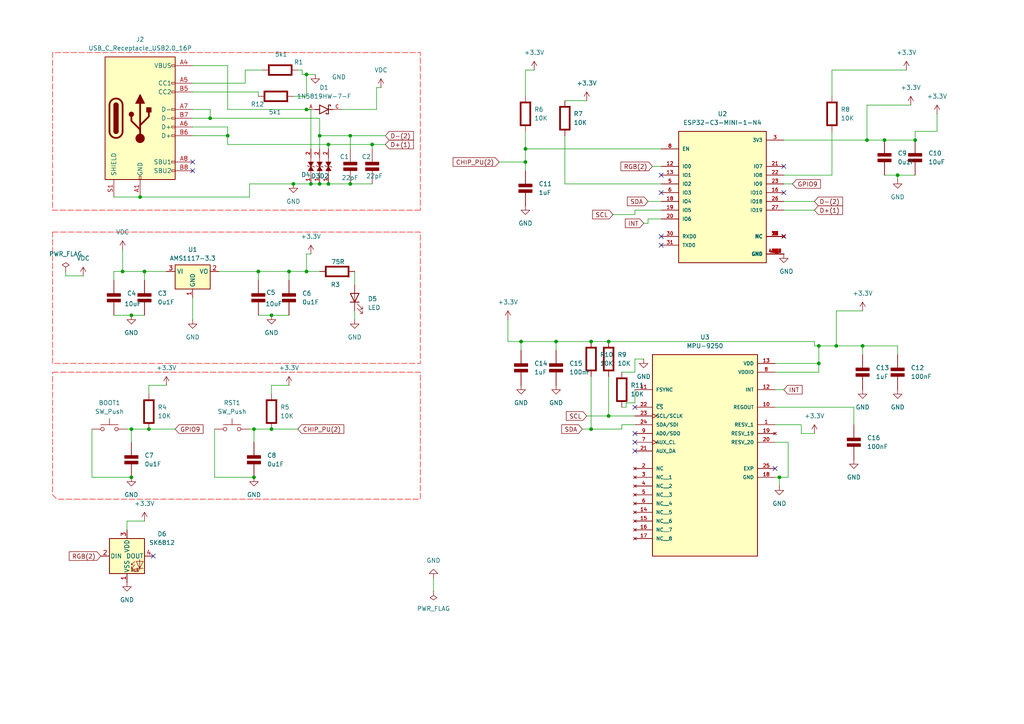
<source format=kicad_sch>
(kicad_sch (version 20250114) (generator "eeschema") (generator_version "9.0")
  (paper "A4")
  (lib_symbols
    (symbol "1N5819HW-7-F:1N5819HW-7-F" (pin_names (offset 1.016))
      (property "Reference" "D" (at -5.08 2.54 0))
      (property "Value" "1N5819HW-7-F" (at -5.08 -3.81 0))
      (symbol "1N5819HW-7-F_0_0"
        (pin passive line (at -5.08 0 0) (length 2.54) (name "~") (number "A"))
        (pin passive line (at 5.08 0 180) (length 2.54) (name "~") (number "C"))
      )
    )
    (symbol "Connector:USB_C_Receptacle_USB2.0_16P" (pin_names (offset 1.016))
      (property "Reference" "J" (at 0 22.225 0))
      (property "Value" "USB_C_Receptacle_USB2.0_16P" (at 0 19.685 0))
      (symbol "USB_C_Receptacle_USB2.0_16P_1_1"
        (pin passive line (at -7.62 -22.86 90) (length 5.08) (name "SHIELD") (number "S1"))
        (pin passive line (at 0 -22.86 90) (length 5.08) (name "GND") (number "A1"))
        (pin passive line (at 0 -22.86 90) (length 5.08) (hide yes) (name "GND") (number "A12"))
        (pin passive line (at 0 -22.86 90) (length 5.08) (hide yes) (name "GND") (number "B1"))
        (pin passive line (at 0 -22.86 90) (length 5.08) (hide yes) (name "GND") (number "B12"))
        (pin passive line (at 15.24 15.24 180) (length 5.08) (name "VBUS") (number "A4"))
        (pin passive line (at 15.24 15.24 180) (length 5.08) (hide yes) (name "VBUS") (number "A9"))
        (pin passive line (at 15.24 15.24 180) (length 5.08) (hide yes) (name "VBUS") (number "B4"))
        (pin passive line (at 15.24 15.24 180) (length 5.08) (hide yes) (name "VBUS") (number "B9"))
        (pin bidirectional line (at 15.24 10.16 180) (length 5.08) (name "CC1") (number "A5"))
        (pin bidirectional line (at 15.24 7.62 180) (length 5.08) (name "CC2") (number "B5"))
        (pin bidirectional line (at 15.24 2.54 180) (length 5.08) (name "D-") (number "A7"))
        (pin bidirectional line (at 15.24 0 180) (length 5.08) (name "D-") (number "B7"))
        (pin bidirectional line (at 15.24 -2.54 180) (length 5.08) (name "D+") (number "A6"))
        (pin bidirectional line (at 15.24 -5.08 180) (length 5.08) (name "D+") (number "B6"))
        (pin bidirectional line (at 15.24 -12.7 180) (length 5.08) (name "SBU1") (number "A8"))
        (pin bidirectional line (at 15.24 -15.24 180) (length 5.08) (name "SBU2") (number "B8"))
      )
    )
    (symbol "Device:LED" (pin_numbers (hide yes)) (pin_names (offset 1.016) (hide yes))
      (property "Reference" "D" (at 0 2.54 0))
      (property "Value" "LED" (at 0 -2.54 0))
      (symbol "LED_1_1"
        (pin passive line (at -3.81 0 0) (length 2.54) (name "K") (number "1"))
        (pin passive line (at 3.81 0 180) (length 2.54) (name "A") (number "2"))
      )
    )
    (symbol "ESP32-C3-MINI-1-N4:ESP32-C3-MINI-1-N4" (pin_names (offset 1.016))
      (property "Reference" "U" (at -12.7 18.796 0))
      (property "Value" "ESP32-C3-MINI-1-N4" (at -12.7 -22.86 0))
      (symbol "ESP32-C3-MINI-1-N4_0_0"
        (pin input line (at -17.78 12.7 0) (length 5.08) (name "EN") (number "8"))
        (pin bidirectional line (at -17.78 7.62 0) (length 5.08) (name "IO0") (number "12"))
        (pin bidirectional line (at -17.78 5.08 0) (length 5.08) (name "IO1") (number "13"))
        (pin bidirectional line (at -17.78 2.54 0) (length 5.08) (name "IO2") (number "5"))
        (pin bidirectional line (at -17.78 0 0) (length 5.08) (name "IO3") (number "6"))
        (pin bidirectional line (at -17.78 -2.54 0) (length 5.08) (name "IO4") (number "18"))
        (pin bidirectional line (at -17.78 -5.08 0) (length 5.08) (name "IO5") (number "19"))
        (pin bidirectional line (at -17.78 -7.62 0) (length 5.08) (name "IO6") (number "20"))
        (pin bidirectional line (at -17.78 -12.7 0) (length 5.08) (name "RXD0") (number "30"))
        (pin bidirectional line (at -17.78 -15.24 0) (length 5.08) (name "TXD0") (number "31"))
        (pin power_in line (at 17.78 15.24 180) (length 5.08) (name "3V3") (number "3"))
        (pin bidirectional line (at 17.78 7.62 180) (length 5.08) (name "IO7") (number "21"))
        (pin bidirectional line (at 17.78 5.08 180) (length 5.08) (name "IO8") (number "22"))
        (pin bidirectional line (at 17.78 2.54 180) (length 5.08) (name "IO9") (number "23"))
        (pin bidirectional line (at 17.78 0 180) (length 5.08) (name "IO10") (number "16"))
        (pin bidirectional line (at 17.78 -2.54 180) (length 5.08) (name "IO18") (number "26"))
        (pin bidirectional line (at 17.78 -5.08 180) (length 5.08) (name "IO19") (number "27"))
        (pin no_connect line (at 17.78 -12.7 180) (length 5.08) (name "NC") (number "10"))
        (pin no_connect line (at 17.78 -12.7 180) (length 5.08) (name "NC") (number "15"))
        (pin no_connect line (at 17.78 -12.7 180) (length 5.08) (name "NC") (number "17"))
        (pin no_connect line (at 17.78 -12.7 180) (length 5.08) (name "NC") (number "24"))
        (pin no_connect line (at 17.78 -12.7 180) (length 5.08) (name "NC") (number "25"))
        (pin no_connect line (at 17.78 -12.7 180) (length 5.08) (name "NC") (number "28"))
        (pin no_connect line (at 17.78 -12.7 180) (length 5.08) (name "NC") (number "29"))
        (pin no_connect line (at 17.78 -12.7 180) (length 5.08) (name "NC") (number "32"))
        (pin no_connect line (at 17.78 -12.7 180) (length 5.08) (name "NC") (number "33"))
        (pin no_connect line (at 17.78 -12.7 180) (length 5.08) (name "NC") (number "34"))
        (pin no_connect line (at 17.78 -12.7 180) (length 5.08) (name "NC") (number "35"))
        (pin no_connect line (at 17.78 -12.7 180) (length 5.08) (name "NC") (number "4"))
        (pin no_connect line (at 17.78 -12.7 180) (length 5.08) (name "NC") (number "7"))
        (pin no_connect line (at 17.78 -12.7 180) (length 5.08) (name "NC") (number "9"))
        (pin power_in line (at 17.78 -17.78 180) (length 5.08) (name "GND") (number "1"))
        (pin power_in line (at 17.78 -17.78 180) (length 5.08) (name "GND") (number "11"))
        (pin power_in line (at 17.78 -17.78 180) (length 5.08) (name "GND") (number "14"))
        (pin power_in line (at 17.78 -17.78 180) (length 5.08) (name "GND") (number "2"))
        (pin power_in line (at 17.78 -17.78 180) (length 5.08) (name "GND") (number "36"))
        (pin power_in line (at 17.78 -17.78 180) (length 5.08) (name "GND") (number "37"))
        (pin power_in line (at 17.78 -17.78 180) (length 5.08) (name "GND") (number "38"))
        (pin power_in line (at 17.78 -17.78 180) (length 5.08) (name "GND") (number "39"))
        (pin power_in line (at 17.78 -17.78 180) (length 5.08) (name "GND") (number "40"))
        (pin power_in line (at 17.78 -17.78 180) (length 5.08) (name "GND") (number "41"))
        (pin power_in line (at 17.78 -17.78 180) (length 5.08) (name "GND") (number "42"))
        (pin power_in line (at 17.78 -17.78 180) (length 5.08) (name "GND") (number "43"))
        (pin power_in line (at 17.78 -17.78 180) (length 5.08) (name "GND") (number "44"))
        (pin power_in line (at 17.78 -17.78 180) (length 5.08) (name "GND") (number "45"))
        (pin power_in line (at 17.78 -17.78 180) (length 5.08) (name "GND") (number "46"))
        (pin power_in line (at 17.78 -17.78 180) (length 5.08) (name "GND") (number "47"))
        (pin power_in line (at 17.78 -17.78 180) (length 5.08) (name "GND") (number "48"))
        (pin power_in line (at 17.78 -17.78 180) (length 5.08) (name "GND") (number "49_1"))
        (pin power_in line (at 17.78 -17.78 180) (length 5.08) (name "GND") (number "49_2"))
        (pin power_in line (at 17.78 -17.78 180) (length 5.08) (name "GND") (number "49_3"))
        (pin power_in line (at 17.78 -17.78 180) (length 5.08) (name "GND") (number "49_4"))
        (pin power_in line (at 17.78 -17.78 180) (length 5.08) (name "GND") (number "49_5"))
        (pin power_in line (at 17.78 -17.78 180) (length 5.08) (name "GND") (number "49_6"))
        (pin power_in line (at 17.78 -17.78 180) (length 5.08) (name "GND") (number "49_7"))
        (pin power_in line (at 17.78 -17.78 180) (length 5.08) (name "GND") (number "49_8"))
        (pin power_in line (at 17.78 -17.78 180) (length 5.08) (name "GND") (number "49_9"))
        (pin power_in line (at 17.78 -17.78 180) (length 5.08) (name "GND") (number "50"))
        (pin power_in line (at 17.78 -17.78 180) (length 5.08) (name "GND") (number "51"))
        (pin power_in line (at 17.78 -17.78 180) (length 5.08) (name "GND") (number "52"))
        (pin power_in line (at 17.78 -17.78 180) (length 5.08) (name "GND") (number "53"))
      )
    )
    (symbol "LED:SK6812" (pin_names (offset 0.254))
      (property "Reference" "D" (at 5.08 5.715 0))
      (property "Value" "SK6812" (at 1.27 -5.715 0))
      (symbol "SK6812_0_0"
        (text "RGB" (at 2.286 -4.191 0) (effects (font (size 0.762 0.762))))
      )
      (symbol "SK6812_1_1"
        (pin input line (at -7.62 0 0) (length 2.54) (name "DIN") (number "2"))
        (pin power_in line (at 0 7.62 270) (length 2.54) (name "VDD") (number "3"))
        (pin power_in line (at 0 -7.62 90) (length 2.54) (name "VSS") (number "1"))
        (pin output line (at 7.62 0 180) (length 2.54) (name "DOUT") (number "4"))
      )
    )
    (symbol "LESD5D5.0CT1G:LESD5D5.0CT1G" (pin_names (offset 1.016))
      (property "Reference" "D" (at -5.08 2.54 0))
      (property "Value" "LESD5D5.0CT1G" (at -5.08 -5.08 0))
      (symbol "LESD5D5.0CT1G_0_0"
        (pin passive line (at -5.08 0 0) (length 2.54) (name "~") (number "1"))
        (pin passive line (at 5.08 0 180) (length 2.54) (name "~") (number "2"))
      )
    )
    (symbol "MPU-9250:MPU-9250" (pin_names (offset 1.016))
      (property "Reference" "U" (at -15.2602 20.8556 0))
      (property "Value" "MPU-9250" (at -15.2414 -40.6419 0))
      (symbol "MPU-9250_0_0"
        (pin input line (at -20.32 10.16 0) (length 5.08) (name "FSYNC") (number "11"))
        (pin input line (at -20.32 5.08 0) (length 5.08) (name "~{CS}") (number "22"))
        (pin input clock (at -20.32 2.54 0) (length 5.08) (name "SCL/SCLK") (number "23"))
        (pin bidirectional line (at -20.32 0 0) (length 5.08) (name "SDA/SDI") (number "24"))
        (pin output line (at -20.32 -2.54 0) (length 5.08) (name "AD0/SDO") (number "9"))
        (pin input clock (at -20.32 -5.08 0) (length 5.08) (name "AUX_CL") (number "7"))
        (pin input line (at -20.32 -7.62 0) (length 5.08) (name "AUX_DA") (number "21"))
        (pin no_connect line (at -20.32 -12.7 0) (length 5.08) (name "NC") (number "2"))
        (pin no_connect line (at -20.32 -15.24 0) (length 5.08) (name "NC__1") (number "3"))
        (pin no_connect line (at -20.32 -17.78 0) (length 5.08) (name "NC__2") (number "4"))
        (pin no_connect line (at -20.32 -20.32 0) (length 5.08) (name "NC__3") (number "5"))
        (pin no_connect line (at -20.32 -22.86 0) (length 5.08) (name "NC__4") (number "6"))
        (pin no_connect line (at -20.32 -25.4 0) (length 5.08) (name "NC__5") (number "14"))
        (pin no_connect line (at -20.32 -27.94 0) (length 5.08) (name "NC__6") (number "15"))
        (pin no_connect line (at -20.32 -30.48 0) (length 5.08) (name "NC__7") (number "16"))
        (pin no_connect line (at -20.32 -33.02 0) (length 5.08) (name "NC__8") (number "17"))
        (pin power_in line (at 20.32 17.78 180) (length 5.08) (name "VDD") (number "13"))
        (pin power_in line (at 20.32 15.24 180) (length 5.08) (name "VDDIO") (number "8"))
        (pin output line (at 20.32 10.16 180) (length 5.08) (name "INT") (number "12"))
        (pin output line (at 20.32 5.08 180) (length 5.08) (name "REGOUT") (number "10"))
        (pin power_in line (at 20.32 0 180) (length 5.08) (name "RESV_1") (number "1"))
        (pin no_connect line (at 20.32 -2.54 180) (length 5.08) (name "RESV_19") (number "19"))
        (pin power_in line (at 20.32 -5.08 180) (length 5.08) (name "RESV_20") (number "20"))
        (pin passive line (at 20.32 -12.7 180) (length 5.08) (name "EXP") (number "25"))
        (pin power_in line (at 20.32 -15.24 180) (length 5.08) (name "GND") (number "18"))
      )
    )
    (symbol "PCM_Elektuur:C" (pin_numbers (hide yes)) (pin_names (offset 0) (hide yes))
      (property "Reference" "C" (at 0.635 3.175 0))
      (property "Value" "C" (at 0.635 -3.175 0))
      (symbol "C_1_1"
        (pin passive line (at 0 5.08 270) (length 3.8862) (name "+") (number "1"))
        (pin passive line (at 0 -5.08 90) (length 3.8862) (name "-") (number "2"))
      )
      (symbol "C_1_2"
        (pin passive line (at 0 5.08 270) (length 3.5814) (name "+") (number "1"))
        (pin passive line (at 0 -5.08 90) (length 3.5814) (name "-") (number "2"))
      )
    )
    (symbol "PCM_Elektuur:R" (pin_numbers (hide yes)) (pin_names (offset 0) (hide yes))
      (property "Reference" "R" (at 2.54 3.175 0))
      (property "Value" "R" (at 0 0 90))
      (symbol "R_1_1"
        (pin passive line (at 0 5.08 270) (length 1.651) (name "+") (number "1"))
        (pin passive line (at 0 -5.08 90) (length 1.651) (name "-") (number "2"))
      )
      (symbol "R_1_2"
        (pin passive line (at 0 5.08 270) (length 1.651) (name "+") (number "1"))
        (pin passive line (at 0 -5.08 90) (length 1.651) (name "-") (number "2"))
      )
      (symbol "R_1_3"
        (pin passive line (at 0 5.08 270) (length 1.6002) (name "+") (number "1"))
        (pin passive line (at 0 -5.08 90) (length 1.6002) (name "-") (number "2"))
      )
      (symbol "R_1_4"
        (pin passive line (at 0 5.08 270) (length 0.5334) (name "+") (number "1"))
        (pin passive line (at 0 -5.08 90) (length 0.5334) (name "-") (number "2"))
      )
    )
    (symbol "Regulator_Linear:AMS1117-3.3"
      (property "Reference" "U" (at -3.81 3.175 0))
      (property "Value" "AMS1117-3.3" (at 0 3.175 0))
      (symbol "AMS1117-3.3_1_1"
        (pin power_in line (at -7.62 0 0) (length 2.54) (name "VI") (number "3"))
        (pin power_in line (at 0 -7.62 90) (length 2.54) (name "GND") (number "1"))
        (pin power_out line (at 7.62 0 180) (length 2.54) (name "VO") (number "2"))
      )
    )
    (symbol "Switch:SW_Push" (pin_numbers (hide yes)) (pin_names (offset 1.016) (hide yes))
      (property "Reference" "SW" (at 1.27 2.54 0))
      (property "Value" "SW_Push" (at 0 -1.524 0))
      (symbol "SW_Push_0_1"
        (pin passive line (at -5.08 0 0) (length 2.54) (name "1") (number "1"))
        (pin passive line (at 5.08 0 180) (length 2.54) (name "2") (number "2"))
      )
    )
    (symbol "power:+3.3V" (power) (pin_numbers (hide yes)) (pin_names (offset 0) (hide yes))
      (property "Value" "+3.3V" (at 0 3.556 0))
      (symbol "+3.3V_1_1"
        (pin power_in line (at 0 0 90) (length 0) (name "~") (number "1"))
      )
    )
    (symbol "power:GND" (power) (pin_numbers (hide yes)) (pin_names (offset 0) (hide yes))
      (property "Value" "GND" (at 0 -3.81 0))
      (symbol "GND_1_1"
        (pin power_in line (at 0 0 270) (length 0) (name "~") (number "1"))
      )
    )
    (symbol "power:PWR_FLAG" (power) (pin_numbers (hide yes)) (pin_names (offset 0) (hide yes))
      (property "Value" "PWR_FLAG" (at 0 3.81 0))
      (symbol "PWR_FLAG_0_0"
        (pin power_out line (at 0 0 90) (length 0) (name "~") (number "1"))
      )
    )
    (symbol "power:VDC" (power) (pin_numbers (hide yes)) (pin_names (offset 0) (hide yes))
      (property "Value" "VDC" (at 0 3.556 0))
      (symbol "VDC_1_1"
        (pin power_in line (at 0 0 90) (length 0) (name "~") (number "1"))
      )
    )
  )
  (junction (at 90.17 53.34))
  (junction (at 73.66 138.43))
  (junction (at 88.9 78.74))
  (junction (at 242.57 100.33))
  (junction (at 101.6 53.34))
  (junction (at 101.6 39.37))
  (junction (at 60.96 34.29))
  (junction (at 43.18 124.46))
  (junction (at 152.4 43.18))
  (junction (at 66.04 39.37))
  (junction (at 95.25 41.91))
  (junction (at 152.4 46.99))
  (junction (at 176.53 120.65))
  (junction (at 171.45 124.46))
  (junction (at 88.9 21.59))
  (junction (at 250.19 100.33))
  (junction (at 226.06 138.43))
  (junction (at 265.43 40.64))
  (junction (at 237.49 105.41))
  (junction (at 73.66 124.46))
  (junction (at 85.09 53.34))
  (junction (at 78.74 124.46))
  (junction (at 95.25 53.34))
  (junction (at 38.1 91.44))
  (junction (at 256.54 40.64))
  (junction (at 78.74 91.44))
  (junction (at 38.1 124.46))
  (junction (at 161.29 99.06))
  (junction (at 40.64 57.15))
  (junction (at 41.91 78.74))
  (junction (at 88.9 31.75))
  (junction (at 92.71 39.37))
  (junction (at 35.56 78.74))
  (junction (at 107.95 41.91))
  (junction (at 151.13 99.06))
  (junction (at 83.82 78.74))
  (junction (at 237.49 100.33))
  (junction (at 74.93 78.74))
  (junction (at 171.45 99.06))
  (junction (at 92.71 53.34))
  (junction (at 176.53 99.06))
  (junction (at 260.35 50.8))
  (junction (at 38.1 138.43))
  (junction (at 251.46 40.64))
  (no_connect (at 191.77 55.88))
  (no_connect (at 184.15 128.27))
  (no_connect (at 184.15 125.73))
  (no_connect (at 55.88 49.53))
  (no_connect (at 191.77 71.12))
  (no_connect (at 191.77 50.8))
  (no_connect (at 227.33 55.88))
  (no_connect (at 227.33 68.58))
  (no_connect (at 184.15 130.81))
  (no_connect (at 227.33 48.26))
  (no_connect (at 44.45 161.29))
  (no_connect (at 224.79 135.89))
  (no_connect (at 55.88 46.99))
  (no_connect (at 191.77 68.58))
  (no_connect (at 184.15 118.11))
  (wire (pts (xy 74.93 26.67) (xy 74.93 27.94)))
  (wire (pts (xy 271.78 33.02) (xy 271.78 38.1)))
  (wire (pts (xy 152.4 38.1) (xy 152.4 43.18)))
  (wire (pts (xy 224.79 113.03) (xy 227.33 113.03)))
  (wire (pts (xy 55.88 34.29) (xy 60.96 34.29)))
  (wire (pts (xy 41.91 78.74) (xy 35.56 78.74)))
  (wire (pts (xy 26.67 138.43) (xy 38.1 138.43)))
  (wire (pts (xy 224.79 105.41) (xy 237.49 105.41)))
  (wire (pts (xy 187.96 64.77) (xy 186.69 64.77)))
  (wire (pts (xy 90.17 31.75) (xy 88.9 31.75)))
  (wire (pts (xy 102.87 78.74) (xy 102.87 82.55)))
  (wire (pts (xy 237.49 105.41) (xy 237.49 100.33)))
  (wire (pts (xy 251.46 30.48) (xy 251.46 40.64)))
  (wire (pts (xy 241.3 50.8) (xy 241.3 38.1)))
  (wire (pts (xy 260.35 50.8) (xy 265.43 50.8)))
  (wire (pts (xy 88.9 78.74) (xy 92.71 78.74)))
  (wire (pts (xy 48.26 111.76) (xy 43.18 111.76)))
  (wire (pts (xy 237.49 100.33) (xy 242.57 100.33)))
  (wire (pts (xy 66.04 31.75) (xy 66.04 19.05)))
  (wire (pts (xy 85.09 53.34) (xy 90.17 53.34)))
  (wire (pts (xy 191.77 53.34) (xy 163.83 53.34)))
  (wire (pts (xy 99.06 31.75) (xy 109.22 31.75)))
  (wire (pts (xy 87.63 20.32) (xy 86.36 20.32)))
  (wire (pts (xy 101.6 53.34) (xy 107.95 53.34)))
  (wire (pts (xy 242.57 90.17) (xy 250.19 90.17)))
  (wire (pts (xy 184.15 60.96) (xy 191.77 60.96)))
  (wire (pts (xy 33.02 91.44) (xy 38.1 91.44)))
  (wire (pts (xy 66.04 41.91) (xy 66.04 39.37)))
  (wire (pts (xy 180.34 124.46) (xy 180.34 123.19)))
  (wire (pts (xy 95.25 53.34) (xy 101.6 53.34)))
  (wire (pts (xy 227.33 50.8) (xy 241.3 50.8)))
  (wire (pts (xy 265.43 38.1) (xy 271.78 38.1)))
  (wire (pts (xy 33.02 78.74) (xy 33.02 81.28)))
  (wire (pts (xy 111.76 39.37) (xy 101.6 39.37)))
  (wire (pts (xy 251.46 30.48) (xy 264.16 30.48)))
  (wire (pts (xy 87.63 21.59) (xy 87.63 20.32)))
  (wire (pts (xy 72.39 57.15) (xy 72.39 53.34)))
  (wire (pts (xy 35.56 72.39) (xy 35.56 78.74)))
  (wire (pts (xy 55.88 86.36) (xy 55.88 92.71)))
  (wire (pts (xy 187.96 58.42) (xy 191.77 58.42)))
  (wire (pts (xy 152.4 27.94) (xy 152.4 20.32)))
  (wire (pts (xy 181.61 116.84) (xy 181.61 118.11)))
  (wire (pts (xy 60.96 31.75) (xy 55.88 31.75)))
  (wire (pts (xy 247.65 118.11) (xy 247.65 123.19)))
  (wire (pts (xy 78.74 111.76) (xy 78.74 114.3)))
  (wire (pts (xy 83.82 111.76) (xy 78.74 111.76)))
  (wire (pts (xy 144.78 46.99) (xy 152.4 46.99)))
  (wire (pts (xy 55.88 39.37) (xy 66.04 39.37)))
  (wire (pts (xy 224.79 107.95) (xy 237.49 107.95)))
  (wire (pts (xy 41.91 78.74) (xy 41.91 81.28)))
  (wire (pts (xy 92.71 34.29) (xy 92.71 39.37)))
  (wire (pts (xy 72.39 124.46) (xy 73.66 124.46)))
  (wire (pts (xy 109.22 25.4) (xy 109.22 31.75)))
  (wire (pts (xy 241.3 20.32) (xy 262.89 20.32)))
  (wire (pts (xy 125.73 167.64) (xy 125.73 171.45)))
  (wire (pts (xy 161.29 99.06) (xy 171.45 99.06)))
  (wire (pts (xy 184.15 62.23) (xy 184.15 60.96)))
  (wire (pts (xy 66.04 36.83) (xy 55.88 36.83)))
  (wire (pts (xy 60.96 34.29) (xy 92.71 34.29)))
  (wire (pts (xy 26.67 124.46) (xy 26.67 138.43)))
  (wire (pts (xy 90.17 53.34) (xy 92.71 53.34)))
  (wire (pts (xy 101.6 39.37) (xy 101.6 43.18)))
  (wire (pts (xy 107.95 41.91) (xy 107.95 43.18)))
  (wire (pts (xy 90.17 73.66) (xy 88.9 73.66)))
  (wire (pts (xy 78.74 91.44) (xy 83.82 91.44)))
  (wire (pts (xy 72.39 53.34) (xy 85.09 53.34)))
  (wire (pts (xy 62.23 138.43) (xy 73.66 138.43)))
  (wire (pts (xy 256.54 40.64) (xy 265.43 40.64)))
  (wire (pts (xy 71.12 24.13) (xy 55.88 24.13)))
  (wire (pts (xy 66.04 41.91) (xy 95.25 41.91)))
  (wire (pts (xy 74.93 78.74) (xy 74.93 81.28)))
  (wire (pts (xy 189.23 48.26) (xy 191.77 48.26)))
  (wire (pts (xy 227.33 58.42) (xy 236.22 58.42)))
  (wire (pts (xy 55.88 19.05) (xy 66.04 19.05)))
  (wire (pts (xy 152.4 20.32) (xy 154.94 20.32)))
  (wire (pts (xy 184.15 113.03) (xy 184.15 116.84)))
  (wire (pts (xy 251.46 40.64) (xy 256.54 40.64)))
  (wire (pts (xy 163.83 29.21) (xy 170.18 29.21)))
  (wire (pts (xy 260.35 50.8) (xy 260.35 52.07)))
  (wire (pts (xy 151.13 99.06) (xy 151.13 101.6)))
  (wire (pts (xy 171.45 124.46) (xy 180.34 124.46)))
  (wire (pts (xy 43.18 124.46) (xy 50.8 124.46)))
  (wire (pts (xy 170.18 120.65) (xy 176.53 120.65)))
  (wire (pts (xy 232.41 125.73) (xy 236.22 125.73)))
  (wire (pts (xy 224.79 123.19) (xy 232.41 123.19)))
  (wire (pts (xy 227.33 60.96) (xy 236.22 60.96)))
  (wire (pts (xy 227.33 53.34) (xy 229.87 53.34)))
  (wire (pts (xy 78.74 124.46) (xy 86.36 124.46)))
  (wire (pts (xy 151.13 99.06) (xy 161.29 99.06)))
  (wire (pts (xy 181.61 118.11) (xy 180.34 118.11)))
  (wire (pts (xy 224.79 138.43) (xy 226.06 138.43)))
  (wire (pts (xy 180.34 107.95) (xy 184.15 107.95)))
  (wire (pts (xy 36.83 151.13) (xy 41.91 151.13)))
  (wire (pts (xy 66.04 39.37) (xy 66.04 36.83)))
  (wire (pts (xy 101.6 39.37) (xy 92.71 39.37)))
  (wire (pts (xy 176.53 109.22) (xy 176.53 120.65)))
  (wire (pts (xy 163.83 53.34) (xy 163.83 39.37)))
  (wire (pts (xy 152.4 46.99) (xy 152.4 49.53)))
  (wire (pts (xy 74.93 91.44) (xy 78.74 91.44)))
  (wire (pts (xy 260.35 100.33) (xy 260.35 102.87)))
  (wire (pts (xy 74.93 78.74) (xy 83.82 78.74)))
  (wire (pts (xy 241.3 20.32) (xy 241.3 27.94)))
  (wire (pts (xy 71.12 20.32) (xy 71.12 24.13)))
  (wire (pts (xy 236.22 100.33) (xy 237.49 100.33)))
  (wire (pts (xy 256.54 50.8) (xy 260.35 50.8)))
  (wire (pts (xy 102.87 90.17) (xy 102.87 92.71)))
  (wire (pts (xy 48.26 78.74) (xy 41.91 78.74)))
  (wire (pts (xy 85.09 27.94) (xy 88.9 27.94)))
  (wire (pts (xy 228.6 138.43) (xy 226.06 138.43)))
  (wire (pts (xy 109.22 25.4) (xy 110.49 25.4)))
  (wire (pts (xy 242.57 100.33) (xy 250.19 100.33)))
  (wire (pts (xy 63.5 78.74) (xy 74.93 78.74)))
  (wire (pts (xy 224.79 128.27) (xy 228.6 128.27)))
  (wire (pts (xy 171.45 109.22) (xy 171.45 124.46)))
  (wire (pts (xy 152.4 43.18) (xy 191.77 43.18)))
  (wire (pts (xy 92.71 39.37) (xy 92.71 43.18)))
  (wire (pts (xy 152.4 43.18) (xy 152.4 46.99)))
  (wire (pts (xy 88.9 27.94) (xy 88.9 21.59)))
  (wire (pts (xy 171.45 99.06) (xy 176.53 99.06)))
  (wire (pts (xy 228.6 128.27) (xy 228.6 138.43)))
  (wire (pts (xy 265.43 38.1) (xy 265.43 40.64)))
  (wire (pts (xy 83.82 78.74) (xy 88.9 78.74)))
  (wire (pts (xy 73.66 124.46) (xy 73.66 128.27)))
  (wire (pts (xy 88.9 21.59) (xy 87.63 21.59)))
  (wire (pts (xy 236.22 99.06) (xy 236.22 100.33)))
  (wire (pts (xy 40.64 57.15) (xy 72.39 57.15)))
  (wire (pts (xy 227.33 40.64) (xy 251.46 40.64)))
  (wire (pts (xy 180.34 123.19) (xy 184.15 123.19)))
  (wire (pts (xy 55.88 26.67) (xy 74.93 26.67)))
  (wire (pts (xy 250.19 100.33) (xy 250.19 102.87)))
  (wire (pts (xy 111.76 41.91) (xy 107.95 41.91)))
  (wire (pts (xy 35.56 78.74) (xy 33.02 78.74)))
  (wire (pts (xy 176.53 120.65) (xy 184.15 120.65)))
  (wire (pts (xy 250.19 100.33) (xy 260.35 100.33)))
  (wire (pts (xy 176.53 99.06) (xy 236.22 99.06)))
  (wire (pts (xy 184.15 107.95) (xy 184.15 104.14)))
  (wire (pts (xy 168.91 124.46) (xy 171.45 124.46)))
  (wire (pts (xy 242.57 100.33) (xy 242.57 90.17)))
  (wire (pts (xy 177.8 62.23) (xy 184.15 62.23)))
  (wire (pts (xy 36.83 153.67) (xy 36.83 151.13)))
  (wire (pts (xy 147.32 99.06) (xy 151.13 99.06)))
  (wire (pts (xy 24.13 80.01) (xy 19.05 80.01)))
  (wire (pts (xy 19.05 80.01) (xy 19.05 78.74)))
  (wire (pts (xy 237.49 107.95) (xy 237.49 105.41)))
  (wire (pts (xy 33.02 57.15) (xy 40.64 57.15)))
  (wire (pts (xy 232.41 123.19) (xy 232.41 125.73)))
  (wire (pts (xy 90.17 31.75) (xy 90.17 43.18)))
  (wire (pts (xy 226.06 138.43) (xy 226.06 140.97)))
  (wire (pts (xy 184.15 104.14) (xy 186.69 104.14)))
  (wire (pts (xy 38.1 124.46) (xy 38.1 128.27)))
  (wire (pts (xy 191.77 63.5) (xy 187.96 63.5)))
  (wire (pts (xy 161.29 99.06) (xy 161.29 101.6)))
  (wire (pts (xy 62.23 124.46) (xy 62.23 138.43)))
  (wire (pts (xy 36.83 124.46) (xy 38.1 124.46)))
  (wire (pts (xy 71.12 20.32) (xy 76.2 20.32)))
  (wire (pts (xy 187.96 63.5) (xy 187.96 64.77)))
  (wire (pts (xy 224.79 118.11) (xy 247.65 118.11)))
  (wire (pts (xy 95.25 43.18) (xy 95.25 41.91)))
  (wire (pts (xy 107.95 41.91) (xy 95.25 41.91)))
  (wire (pts (xy 38.1 124.46) (xy 43.18 124.46)))
  (wire (pts (xy 60.96 34.29) (xy 60.96 31.75)))
  (wire (pts (xy 83.82 81.28) (xy 83.82 78.74)))
  (wire (pts (xy 147.32 92.71) (xy 147.32 99.06)))
  (wire (pts (xy 91.44 21.59) (xy 88.9 21.59)))
  (wire (pts (xy 43.18 111.76) (xy 43.18 114.3)))
  (wire (pts (xy 38.1 91.44) (xy 41.91 91.44)))
  (wire (pts (xy 66.04 31.75) (xy 88.9 31.75)))
  (wire (pts (xy 73.66 124.46) (xy 78.74 124.46)))
  (wire (pts (xy 88.9 73.66) (xy 88.9 78.74)))
  (wire (pts (xy 92.71 53.34) (xy 95.25 53.34)))
  (wire (pts (xy 184.15 116.84) (xy 181.61 116.84)))
  (global_label "CHIP_PU(2)" (shape input) (at 86.36 124.46 0) (property "Intersheetrefs" "${INTERSHEET_REFS}" (effects (hide yes))))
  (global_label "SCL" (shape input) (at 177.8 62.23 180) (property "Intersheetrefs" "${INTERSHEET_REFS}" (effects (hide yes))))
  (global_label "SCL" (shape input) (at 170.18 120.65 180) (property "Intersheetrefs" "${INTERSHEET_REFS}" (effects (hide yes))))
  (global_label "D-(2)" (shape input) (at 236.22 58.42 0) (property "Intersheetrefs" "${INTERSHEET_REFS}" (effects (hide yes))))
  (global_label "RGB(2)" (shape input) (at 189.23 48.26 180) (property "Intersheetrefs" "${INTERSHEET_REFS}" (effects (hide yes))))
  (global_label "D-(2)" (shape input) (at 111.76 39.37 0) (property "Intersheetrefs" "${INTERSHEET_REFS}" (effects (hide yes))))
  (global_label "INT" (shape input) (at 186.69 64.77 180) (property "Intersheetrefs" "${INTERSHEET_REFS}" (effects (hide yes))))
  (global_label "RGB(2)" (shape input) (at 29.21 161.29 180) (property "Intersheetrefs" "${INTERSHEET_REFS}" (effects (hide yes))))
  (global_label "CHIP_PU(2)" (shape input) (at 144.78 46.99 180) (property "Intersheetrefs" "${INTERSHEET_REFS}" (effects (hide yes))))
  (global_label "INT" (shape input) (at 227.33 113.03 0) (property "Intersheetrefs" "${INTERSHEET_REFS}" (effects (hide yes))))
  (global_label "SDA" (shape input) (at 187.96 58.42 180) (property "Intersheetrefs" "${INTERSHEET_REFS}" (effects (hide yes))))
  (global_label "SDA" (shape input) (at 168.91 124.46 180) (property "Intersheetrefs" "${INTERSHEET_REFS}" (effects (hide yes))))
  (global_label "D+(1)" (shape input) (at 236.22 60.96 0) (property "Intersheetrefs" "${INTERSHEET_REFS}" (effects (hide yes))))
  (global_label "GPIO9" (shape input) (at 50.8 124.46 0) (property "Intersheetrefs" "${INTERSHEET_REFS}" (effects (hide yes))))
  (global_label "GPIO9" (shape input) (at 229.87 53.34 0) (property "Intersheetrefs" "${INTERSHEET_REFS}" (effects (hide yes))))
  (global_label "D+(1)" (shape input) (at 111.76 41.91 0) (property "Intersheetrefs" "${INTERSHEET_REFS}" (effects (hide yes))))
  (rule_area (polyline (pts (xy 15.24 107.95) (xy 121.92 107.95) (xy 121.92 144.78) (xy 16.51 144.78) (xy 15.24 143.51)) (stroke (width 0) (type dash))))
  (rule_area (polyline (pts (xy 15.24 67.31) (xy 121.92 67.31) (xy 121.92 105.41) (xy 15.24 105.41)) (stroke (width 0) (type dash))))
  (rule_area (polyline (pts (xy 121.92 60.96) (xy 15.24 60.96) (xy 15.24 15.24) (xy 121.92 15.24) (xy 121.92 17.78)) (stroke (width 0) (type dash))))
  (symbol (lib_id "power:GND") (at 102.87 92.71 0) (unit 1)
    (property "Reference" "#PWR06" (effects (hide yes)))
    (property "Value" "GND" (at 102.87 97.79 0))
    (property "Description" "Power symbol creates a global label with name \"GND\" , ground" (effects (hide yes)))
  )
  (symbol (lib_id "PCM_Elektuur:C") (at 161.29 106.68 0) (unit 1)
    (property "Reference" "C15" (at 165.1 105.4099 0) (effects (justify left)))
    (property "Value" "100nF" (at 165.1 107.9499 0) (effects (justify left)))
    (property "Footprint" "Capacitor_SMD:C_0603_1608Metric" (effects (hide yes)))
    (property "Description" "capacitor, non-polarized/bipolar" (effects (hide yes)))
    (property "Indicator" "+" (effects (hide yes)))
    (property "Rating" "V" (effects (hide yes)))
  )
  (symbol (lib_id "PCM_Elektuur:C") (at 41.91 86.36 0) (unit 1)
    (property "Reference" "C3" (at 45.72 85.0899 0) (effects (justify left)))
    (property "Value" "0u1F" (at 45.72 87.6299 0) (effects (justify left)))
    (property "Footprint" "Capacitor_SMD:C_0603_1608Metric" (effects (hide yes)))
    (property "Description" "capacitor, non-polarized/bipolar" (effects (hide yes)))
    (property "Indicator" "+" (effects (hide yes)))
    (property "Rating" "V" (effects (hide yes)))
  )
  (symbol (lib_id "Switch:SW_Push") (at 31.75 124.46 0) (unit 1)
    (property "Reference" "BOOT1" (at 31.75 116.84 0))
    (property "Value" "SW_Push" (at 31.75 119.38 0))
    (property "Footprint" "Button_Switch_SMD:SW_SPST_B3U-1000P" (effects (hide yes)))
    (property "Description" "Push button switch, generic, two pins" (effects (hide yes)))
  )
  (symbol (lib_id "LESD5D5.0CT1G:LESD5D5.0CT1G") (at 90.17 48.26 90) (unit 1)
    (property "Reference" "D4" (at 87.3568 50.6667 90) (effects (justify right)))
    (property "Value" "LESD5D5.0CT1G" (effects (hide yes)))
    (property "Footprint" "LESD5D5.0CT1G:TVS_LESD5D5.0CT1G" (effects (hide yes)))
    (property "MF" "Leshan Radio Co." (effects (hide yes)))
    (property "MAXIMUM_PACKAGE_HEIGHT" "0.7 mm" (effects (hide yes)))
    (property "Package" "None" (effects (hide yes)))
    (property "Price" "None" (effects (hide yes)))
    (property "Check_prices" "https://www.snapeda.com/parts/LESD5D5.0CT1G/Leshan+Radio/view-part/?ref=eda" (effects (hide yes)))
    (property "STANDARD" "Manufacturer Recommendations" (effects (hide yes)))
    (property "PARTREV" "O" (effects (hide yes)))
    (property "SnapEDA_Link" "https://www.snapeda.com/parts/LESD5D5.0CT1G/Leshan+Radio/view-part/?ref=snap" (effects (hide yes)))
    (property "MP" "LESD5D5.0CT1G" (effects (hide yes)))
    (property "Description_1" "Transient Voltage Suppressors for ESD Protection" (effects (hide yes)))
    (property "Availability" "In Stock" (effects (hide yes)))
    (property "MANUFACTURER" "LRC" (effects (hide yes)))
  )
  (symbol (lib_id "power:+3.3V") (at 90.17 73.66 0) (unit 1)
    (property "Reference" "#PWR035" (effects (hide yes)))
    (property "Value" "+3.3V" (at 90.17 68.58 0))
    (property "Description" "Power symbol creates a global label with name \"+3.3V\"" (effects (hide yes)))
  )
  (symbol (lib_id "power:+3.3V") (at 262.89 20.32 0) (unit 1)
    (property "Reference" "#PWR033" (effects (hide yes)))
    (property "Value" "+3.3V" (at 262.89 15.24 0))
    (property "Description" "Power symbol creates a global label with name \"+3.3V\"" (effects (hide yes)))
  )
  (symbol (lib_id "PCM_Elektuur:C") (at 38.1 133.35 0) (unit 1)
    (property "Reference" "C7" (at 41.91 132.0799 0) (effects (justify left)))
    (property "Value" "0u1F" (at 41.91 134.6199 0) (effects (justify left)))
    (property "Footprint" "Capacitor_SMD:C_0603_1608Metric" (effects (hide yes)))
    (property "Description" "capacitor, non-polarized/bipolar" (effects (hide yes)))
    (property "Indicator" "+" (effects (hide yes)))
    (property "Rating" "V" (effects (hide yes)))
  )
  (symbol (lib_id "power:VDC") (at 110.49 25.4 0) (unit 1)
    (property "Reference" "#PWR027" (effects (hide yes)))
    (property "Value" "VDC" (at 110.49 20.32 0))
    (property "Description" "Power symbol creates a global label with name \"VDC\"" (effects (hide yes)))
  )
  (symbol (lib_id "power:+3.3V") (at 154.94 20.32 0) (unit 1)
    (property "Reference" "#PWR022" (effects (hide yes)))
    (property "Value" "+3.3V" (at 154.94 15.24 0))
    (property "Description" "Power symbol creates a global label with name \"+3.3V\"" (effects (hide yes)))
  )
  (symbol (lib_id "PCM_Elektuur:C") (at 101.6 48.26 0) (unit 1)
    (property "Reference" "C1" (at 98.552 45.466 0) (effects (justify left)))
    (property "Value" "22pF" (at 99.06 51.562 0) (effects (justify left)))
    (property "Footprint" "Capacitor_SMD:C_0603_1608Metric" (effects (hide yes)))
    (property "Description" "capacitor, non-polarized/bipolar" (effects (hide yes)))
    (property "Indicator" "+" (effects (hide yes)))
    (property "Rating" "V" (effects (hide yes)))
  )
  (symbol (lib_id "LESD5D5.0CT1G:LESD5D5.0CT1G") (at 92.71 48.26 90) (unit 1)
    (property "Reference" "D3" (at 90.2075 51.0557 90) (effects (justify right)))
    (property "Value" "LESD5D5.0CT1G" (effects (hide yes)))
    (property "Footprint" "LESD5D5.0CT1G:TVS_LESD5D5.0CT1G" (effects (hide yes)))
    (property "MF" "Leshan Radio Co." (effects (hide yes)))
    (property "MAXIMUM_PACKAGE_HEIGHT" "0.7 mm" (effects (hide yes)))
    (property "Package" "None" (effects (hide yes)))
    (property "Price" "None" (effects (hide yes)))
    (property "Check_prices" "https://www.snapeda.com/parts/LESD5D5.0CT1G/Leshan+Radio/view-part/?ref=eda" (effects (hide yes)))
    (property "STANDARD" "Manufacturer Recommendations" (effects (hide yes)))
    (property "PARTREV" "O" (effects (hide yes)))
    (property "SnapEDA_Link" "https://www.snapeda.com/parts/LESD5D5.0CT1G/Leshan+Radio/view-part/?ref=snap" (effects (hide yes)))
    (property "MP" "LESD5D5.0CT1G" (effects (hide yes)))
    (property "Description_1" "Transient Voltage Suppressors for ESD Protection" (effects (hide yes)))
    (property "Availability" "In Stock" (effects (hide yes)))
    (property "MANUFACTURER" "LRC" (effects (hide yes)))
  )
  (symbol (lib_id "PCM_Elektuur:R") (at 80.01 27.94 90) (unit 1)
    (property "Reference" "R12" (at 74.676 30.226 90))
    (property "Value" "5k1" (at 79.756 32.512 90))
    (property "Footprint" "Resistor_SMD:R_0603_1608Metric" (effects (hide yes)))
    (property "Description" "resistor" (effects (hide yes)))
    (property "Indicator" "+" (effects (hide yes)))
    (property "Rating" "W" (effects (hide yes)))
  )
  (symbol (lib_id "PCM_Elektuur:R") (at 180.34 113.03 180) (unit 1)
    (property "Reference" "R11" (at 182.88 111.7599 0) (effects (justify right)))
    (property "Value" "10K" (at 182.88 114.2999 0) (effects (justify right)))
    (property "Footprint" "Resistor_SMD:R_0603_1608Metric" (effects (hide yes)))
    (property "Description" "resistor" (effects (hide yes)))
    (property "Indicator" "+" (effects (hide yes)))
    (property "Rating" "W" (effects (hide yes)))
  )
  (symbol (lib_id "PCM_Elektuur:C") (at 74.93 86.36 0) (unit 1)
    (property "Reference" "C5" (at 77.216 84.836 0) (effects (justify left)))
    (property "Value" "10uF" (at 76.962 88.138 0) (effects (justify left)))
    (property "Footprint" "Capacitor_SMD:C_0603_1608Metric" (effects (hide yes)))
    (property "Description" "capacitor, non-polarized/bipolar" (effects (hide yes)))
    (property "Indicator" "+" (effects (hide yes)))
    (property "Rating" "V" (effects (hide yes)))
  )
  (symbol (lib_id "PCM_Elektuur:R") (at 78.74 119.38 180) (unit 1)
    (property "Reference" "R5" (at 81.28 118.1099 0) (effects (justify right)))
    (property "Value" "10K" (at 81.28 120.6499 0) (effects (justify right)))
    (property "Footprint" "Resistor_SMD:R_0603_1608Metric" (effects (hide yes)))
    (property "Description" "resistor" (effects (hide yes)))
    (property "Indicator" "+" (effects (hide yes)))
    (property "Rating" "W" (effects (hide yes)))
  )
  (symbol (lib_id "1N5819HW-7-F:1N5819HW-7-F") (at 93.98 31.75 0) (unit 1)
    (property "Reference" "D1" (at 93.98 25.4 0))
    (property "Value" "1N5819HW-7-F" (at 93.98 27.94 0))
    (property "Footprint" "1N5819HW-7-F:SOD3715X145N" (effects (hide yes)))
    (property "MF" "Diodes Inc." (effects (hide yes)))
    (property "Description_1" "Diode Schottky 1A 40V SOD123 | Diodes Inc 1N5819HW-7-F" (effects (hide yes)))
    (property "Package" "SOD-123 Fairchild Semiconductor" (effects (hide yes)))
    (property "Price" "None" (effects (hide yes)))
    (property "Check_prices" "https://www.snapeda.com/parts/1N5819HW-7-F/Diodes+Inc./view-part/?ref=eda" (effects (hide yes)))
    (property "STANDARD" "IPC-7351B" (effects (hide yes)))
    (property "PARTREV" "18-2" (effects (hide yes)))
    (property "SnapEDA_Link" "https://www.snapeda.com/parts/1N5819HW-7-F/Diodes+Inc./view-part/?ref=snap" (effects (hide yes)))
    (property "MP" "1N5819HW-7-F" (effects (hide yes)))
    (property "Availability" "In Stock" (effects (hide yes)))
    (property "MANUFACTURER" "Diodes Inc." (effects (hide yes)))
  )
  (symbol (lib_id "power:GND") (at 36.83 168.91 0) (unit 1)
    (property "Reference" "#PWR09" (effects (hide yes)))
    (property "Value" "GND" (at 36.83 173.99 0))
    (property "Description" "Power symbol creates a global label with name \"GND\" , ground" (effects (hide yes)))
  )
  (symbol (lib_id "power:GND") (at 125.73 167.64 180) (unit 1)
    (property "Reference" "#PWR020" (effects (hide yes)))
    (property "Value" "GND" (at 125.73 162.56 0))
    (property "Description" "Power symbol creates a global label with name \"GND\" , ground" (effects (hide yes)))
  )
  (symbol (lib_id "PCM_Elektuur:R") (at 241.3 33.02 180) (unit 1)
    (property "Reference" "R8" (at 243.84 31.7499 0) (effects (justify right)))
    (property "Value" "10K" (at 243.84 34.2899 0) (effects (justify right)))
    (property "Footprint" "Resistor_SMD:R_0603_1608Metric" (effects (hide yes)))
    (property "Description" "resistor" (effects (hide yes)))
    (property "Indicator" "+" (effects (hide yes)))
    (property "Rating" "W" (effects (hide yes)))
  )
  (symbol (lib_id "power:GND") (at 91.44 21.59 0) (unit 1)
    (property "Reference" "#PWR021" (effects (hide yes)))
    (property "Value" "GND" (at 98.298 22.352 0))
    (property "Description" "Power symbol creates a global label with name \"GND\" , ground" (effects (hide yes)))
  )
  (symbol (lib_id "PCM_Elektuur:C") (at 33.02 86.36 0) (unit 1)
    (property "Reference" "C4" (at 36.83 85.0899 0) (effects (justify left)))
    (property "Value" "10uF" (at 36.068 88.138 0) (effects (justify left)))
    (property "Footprint" "Capacitor_SMD:C_0603_1608Metric" (effects (hide yes)))
    (property "Description" "capacitor, non-polarized/bipolar" (effects (hide yes)))
    (property "Indicator" "+" (effects (hide yes)))
    (property "Rating" "V" (effects (hide yes)))
  )
  (symbol (lib_id "power:PWR_FLAG") (at 125.73 171.45 180) (unit 1)
    (property "Reference" "#FLG01" (effects (hide yes)))
    (property "Value" "PWR_FLAG" (at 125.73 176.53 0))
    (property "Description" "Special symbol for telling ERC where power comes from" (effects (hide yes)))
  )
  (symbol (lib_id "power:GND") (at 85.09 53.34 0) (unit 1)
    (property "Reference" "#PWR02" (effects (hide yes)))
    (property "Value" "GND" (at 85.09 58.42 0))
    (property "Description" "Power symbol creates a global label with name \"GND\" , ground" (effects (hide yes)))
  )
  (symbol (lib_id "power:+3.3V") (at 264.16 30.48 0) (unit 1)
    (property "Reference" "#PWR023" (effects (hide yes)))
    (property "Value" "+3.3V" (at 264.16 25.4 0))
    (property "Description" "Power symbol creates a global label with name \"+3.3V\"" (effects (hide yes)))
  )
  (symbol (lib_id "power:+3.3V") (at 48.26 111.76 0) (unit 1)
    (property "Reference" "#PWR029" (effects (hide yes)))
    (property "Value" "+3.3V" (at 48.26 106.68 0))
    (property "Description" "Power symbol creates a global label with name \"+3.3V\"" (effects (hide yes)))
  )
  (symbol (lib_id "PCM_Elektuur:R") (at 163.83 34.29 180) (unit 1)
    (property "Reference" "R7" (at 166.37 33.0199 0) (effects (justify right)))
    (property "Value" "10K" (at 166.37 35.5599 0) (effects (justify right)))
    (property "Footprint" "Resistor_SMD:R_0603_1608Metric" (effects (hide yes)))
    (property "Description" "resistor" (effects (hide yes)))
    (property "Indicator" "+" (effects (hide yes)))
    (property "Rating" "W" (effects (hide yes)))
  )
  (symbol (lib_id "power:GND") (at 260.35 113.03 0) (unit 1)
    (property "Reference" "#PWR013" (effects (hide yes)))
    (property "Value" "GND" (at 260.35 118.11 0))
    (property "Description" "Power symbol creates a global label with name \"GND\" , ground" (effects (hide yes)))
  )
  (symbol (lib_id "power:GND") (at 38.1 138.43 0) (unit 1)
    (property "Reference" "#PWR07" (effects (hide yes)))
    (property "Value" "GND" (at 38.1 143.51 0))
    (property "Description" "Power symbol creates a global label with name \"GND\" , ground" (effects (hide yes)))
  )
  (symbol (lib_id "power:GND") (at 260.35 52.07 0) (unit 1)
    (property "Reference" "#PWR010" (effects (hide yes)))
    (property "Value" "GND" (at 260.35 57.15 0))
    (property "Description" "Power symbol creates a global label with name \"GND\" , ground" (effects (hide yes)))
  )
  (symbol (lib_id "power:GND") (at 55.88 92.71 0) (unit 1)
    (property "Reference" "#PWR04" (effects (hide yes)))
    (property "Value" "GND" (at 55.88 97.79 0))
    (property "Description" "Power symbol creates a global label with name \"GND\" , ground" (effects (hide yes)))
  )
  (symbol (lib_id "Device:LED") (at 102.87 86.36 90) (unit 1)
    (property "Reference" "D5" (at 106.68 86.6774 90) (effects (justify right)))
    (property "Value" "LED" (at 106.68 89.2174 90) (effects (justify right)))
    (property "Footprint" "LED_SMD:LED_0603_1608Metric" (effects (hide yes)))
    (property "Description" "Light emitting diode" (effects (hide yes)))
    (property "Sim.Pins" "1=K 2=A" (effects (hide yes)))
  )
  (symbol (lib_id "PCM_Elektuur:R") (at 176.53 104.14 180) (unit 1)
    (property "Reference" "R9" (at 179.07 102.8699 0) (effects (justify right)))
    (property "Value" "10K" (at 179.07 105.4099 0) (effects (justify right)))
    (property "Footprint" "Resistor_SMD:R_0603_1608Metric" (effects (hide yes)))
    (property "Description" "resistor" (effects (hide yes)))
    (property "Indicator" "+" (effects (hide yes)))
    (property "Rating" "W" (effects (hide yes)))
  )
  (symbol (lib_id "LED:SK6812") (at 36.83 161.29 0) (unit 1)
    (property "Reference" "D6" (at 46.99 154.8698 0))
    (property "Value" "SK6812" (at 46.99 157.4098 0))
    (property "Footprint" "LED_SMD:LED_SK6812_PLCC4_5.0x5.0mm_P3.2mm" (effects (hide yes)))
    (property "Datasheet" "https://cdn-shop.adafruit.com/product-files/1138/SK6812+LED+datasheet+.pdf" (effects (hide yes)))
    (property "Description" "RGB LED with integrated controller" (effects (hide yes)))
  )
  (symbol (lib_id "power:+3.3V") (at 271.78 33.02 0) (unit 1)
    (property "Reference" "#PWR032" (effects (hide yes)))
    (property "Value" "+3.3V" (at 271.78 27.94 0))
    (property "Description" "Power symbol creates a global label with name \"+3.3V\"" (effects (hide yes)))
  )
  (symbol (lib_id "PCM_Elektuur:C") (at 260.35 107.95 0) (unit 1)
    (property "Reference" "C12" (at 264.16 106.6799 0) (effects (justify left)))
    (property "Value" "100nF" (at 264.16 109.2199 0) (effects (justify left)))
    (property "Footprint" "Capacitor_SMD:C_0603_1608Metric" (effects (hide yes)))
    (property "Description" "capacitor, non-polarized/bipolar" (effects (hide yes)))
    (property "Indicator" "+" (effects (hide yes)))
    (property "Rating" "V" (effects (hide yes)))
  )
  (symbol (lib_id "MPU-9250:MPU-9250") (at 204.47 123.19 0) (unit 1)
    (property "Reference" "U3" (at 204.47 97.79 0))
    (property "Value" "MPU-9250" (at 204.47 100.33 0))
    (property "Footprint" "MPU-9250:QFN40P300X300X105-25N" (effects (hide yes)))
    (property "PARTREV" "1.1" (effects (hide yes)))
    (property "STANDARD" "IPC 7351B" (effects (hide yes)))
    (property "SNAPEDA_PN" "MPU-9250" (effects (hide yes)))
    (property "MAXIMUM_PACKAGE_HEIGHT" "1.05 mm" (effects (hide yes)))
    (property "MANUFACTURER" "TDK InvenSense" (effects (hide yes)))
  )
  (symbol (lib_id "LESD5D5.0CT1G:LESD5D5.0CT1G") (at 95.25 48.26 90) (unit 1)
    (property "Reference" "D2" (at 92.71 51.054 90) (effects (justify right)))
    (property "Value" "LESD5D5.0CT1G" (effects (hide yes)))
    (property "Footprint" "LESD5D5.0CT1G:TVS_LESD5D5.0CT1G" (effects (hide yes)))
    (property "MF" "Leshan Radio Co." (effects (hide yes)))
    (property "MAXIMUM_PACKAGE_HEIGHT" "0.7 mm" (effects (hide yes)))
    (property "Package" "None" (effects (hide yes)))
    (property "Price" "None" (effects (hide yes)))
    (property "Check_prices" "https://www.snapeda.com/parts/LESD5D5.0CT1G/Leshan+Radio/view-part/?ref=eda" (effects (hide yes)))
    (property "STANDARD" "Manufacturer Recommendations" (effects (hide yes)))
    (property "PARTREV" "O" (effects (hide yes)))
    (property "SnapEDA_Link" "https://www.snapeda.com/parts/LESD5D5.0CT1G/Leshan+Radio/view-part/?ref=snap" (effects (hide yes)))
    (property "MP" "LESD5D5.0CT1G" (effects (hide yes)))
    (property "Description_1" "Transient Voltage Suppressors for ESD Protection" (effects (hide yes)))
    (property "Availability" "In Stock" (effects (hide yes)))
    (property "MANUFACTURER" "LRC" (effects (hide yes)))
  )
  (symbol (lib_id "PCM_Elektuur:C") (at 107.95 48.26 0) (unit 1)
    (property "Reference" "C2" (at 104.902 45.466 0) (effects (justify left)))
    (property "Value" "22pF" (at 106.172 51.054 0) (effects (justify left)))
    (property "Footprint" "Capacitor_SMD:C_0603_1608Metric" (effects (hide yes)))
    (property "Description" "capacitor, non-polarized/bipolar" (effects (hide yes)))
    (property "Indicator" "+" (effects (hide yes)))
    (property "Rating" "V" (effects (hide yes)))
  )
  (symbol (lib_id "power:GND") (at 161.29 111.76 0) (unit 1)
    (property "Reference" "#PWR016" (effects (hide yes)))
    (property "Value" "GND" (at 161.29 116.84 0))
    (property "Description" "Power symbol creates a global label with name \"GND\" , ground" (effects (hide yes)))
  )
  (symbol (lib_id "power:GND") (at 38.1 91.44 0) (unit 1)
    (property "Reference" "#PWR03" (effects (hide yes)))
    (property "Value" "GND" (at 38.1 96.52 0))
    (property "Description" "Power symbol creates a global label with name \"GND\" , ground" (effects (hide yes)))
  )
  (symbol (lib_id "power:+3.3V") (at 250.19 90.17 0) (unit 1)
    (property "Reference" "#PWR025" (effects (hide yes)))
    (property "Value" "+3.3V" (at 250.19 85.09 0))
    (property "Description" "Power symbol creates a global label with name \"+3.3V\"" (effects (hide yes)))
  )
  (symbol (lib_id "power:+3.3V") (at 236.22 125.73 0) (unit 1)
    (property "Reference" "#PWR030" (effects (hide yes)))
    (property "Value" "+3.3V" (at 236.22 120.65 0))
    (property "Description" "Power symbol creates a global label with name \"+3.3V\"" (effects (hide yes)))
  )
  (symbol (lib_id "power:GND") (at 73.66 138.43 0) (unit 1)
    (property "Reference" "#PWR08" (effects (hide yes)))
    (property "Value" "GND" (at 73.66 143.51 0))
    (property "Description" "Power symbol creates a global label with name \"GND\" , ground" (effects (hide yes)))
  )
  (symbol (lib_id "power:VDC") (at 35.56 72.39 0) (unit 1)
    (property "Reference" "#PWR01" (effects (hide yes)))
    (property "Value" "VDC" (at 35.56 67.31 0))
    (property "Description" "Power symbol creates a global label with name \"VDC\"" (effects (hide yes)))
  )
  (symbol (lib_id "power:GND") (at 226.06 140.97 0) (unit 1)
    (property "Reference" "#PWR017" (effects (hide yes)))
    (property "Value" "GND" (at 226.06 146.05 0))
    (property "Description" "Power symbol creates a global label with name \"GND\" , ground" (effects (hide yes)))
  )
  (symbol (lib_id "power:VDC") (at 24.13 80.01 0) (unit 1)
    (property "Reference" "#PWR026" (effects (hide yes)))
    (property "Value" "VDC" (at 24.13 74.93 0))
    (property "Description" "Power symbol creates a global label with name \"VDC\"" (effects (hide yes)))
  )
  (symbol (lib_id "power:GND") (at 151.13 111.76 0) (unit 1)
    (property "Reference" "#PWR015" (effects (hide yes)))
    (property "Value" "GND" (at 151.13 116.84 0))
    (property "Description" "Power symbol creates a global label with name \"GND\" , ground" (effects (hide yes)))
  )
  (symbol (lib_id "PCM_Elektuur:C") (at 152.4 54.61 0) (unit 1)
    (property "Reference" "C11" (at 156.21 53.3399 0) (effects (justify left)))
    (property "Value" "1uF" (at 156.21 55.8799 0) (effects (justify left)))
    (property "Footprint" "Capacitor_SMD:C_0603_1608Metric" (effects (hide yes)))
    (property "Description" "capacitor, non-polarized/bipolar" (effects (hide yes)))
    (property "Indicator" "+" (effects (hide yes)))
    (property "Rating" "V" (effects (hide yes)))
  )
  (symbol (lib_id "Regulator_Linear:AMS1117-3.3") (at 55.88 78.74 0) (unit 1)
    (property "Reference" "U1" (at 55.88 72.39 0))
    (property "Value" "AMS1117-3.3" (at 55.88 74.93 0))
    (property "Footprint" "Package_TO_SOT_SMD:SOT-223-3_TabPin2" (effects (hide yes)))
    (property "Datasheet" "http://www.advanced-monolithic.com/pdf/ds1117.pdf" (effects (hide yes)))
    (property "Description" "1A Low Dropout regulator, positive, 3.3V fixed output, SOT-223" (effects (hide yes)))
  )
  (symbol (lib_id "PCM_Elektuur:R") (at 97.79 78.74 90) (unit 1)
    (property "Reference" "R3" (at 97.282 82.55 90))
    (property "Value" "75R" (at 98.044 75.946 90))
    (property "Footprint" "Resistor_SMD:R_0603_1608Metric" (effects (hide yes)))
    (property "Description" "resistor" (effects (hide yes)))
    (property "Indicator" "+" (effects (hide yes)))
    (property "Rating" "W" (effects (hide yes)))
  )
  (symbol (lib_id "power:GND") (at 186.69 104.14 0) (unit 1)
    (property "Reference" "#PWR019" (effects (hide yes)))
    (property "Value" "GND" (at 186.69 109.22 0))
    (property "Description" "Power symbol creates a global label with name \"GND\" , ground" (effects (hide yes)))
  )
  (symbol (lib_id "PCM_Elektuur:C") (at 83.82 86.36 0) (unit 1)
    (property "Reference" "C6" (at 87.63 85.0899 0) (effects (justify left)))
    (property "Value" "0u1F" (at 87.63 87.6299 0) (effects (justify left)))
    (property "Footprint" "Capacitor_SMD:C_0603_1608Metric" (effects (hide yes)))
    (property "Description" "capacitor, non-polarized/bipolar" (effects (hide yes)))
    (property "Indicator" "+" (effects (hide yes)))
    (property "Rating" "V" (effects (hide yes)))
  )
  (symbol (lib_id "PCM_Elektuur:R") (at 152.4 33.02 180) (unit 1)
    (property "Reference" "R6" (at 154.94 31.7499 0) (effects (justify right)))
    (property "Value" "10K" (at 154.94 34.2899 0) (effects (justify right)))
    (property "Footprint" "Resistor_SMD:R_0603_1608Metric" (effects (hide yes)))
    (property "Description" "resistor" (effects (hide yes)))
    (property "Indicator" "+" (effects (hide yes)))
    (property "Rating" "W" (effects (hide yes)))
  )
  (symbol (lib_id "PCM_Elektuur:C") (at 73.66 133.35 0) (unit 1)
    (property "Reference" "C8" (at 77.47 132.0799 0) (effects (justify left)))
    (property "Value" "0u1F" (at 77.47 134.6199 0) (effects (justify left)))
    (property "Footprint" "Capacitor_SMD:C_0603_1608Metric" (effects (hide yes)))
    (property "Description" "capacitor, non-polarized/bipolar" (effects (hide yes)))
    (property "Indicator" "+" (effects (hide yes)))
    (property "Rating" "V" (effects (hide yes)))
  )
  (symbol (lib_id "power:+3.3V") (at 83.82 111.76 0) (unit 1)
    (property "Reference" "#PWR028" (effects (hide yes)))
    (property "Value" "+3.3V" (at 83.82 106.68 0))
    (property "Description" "Power symbol creates a global label with name \"+3.3V\"" (effects (hide yes)))
  )
  (symbol (lib_id "power:+3.3V") (at 170.18 29.21 0) (unit 1)
    (property "Reference" "#PWR034" (effects (hide yes)))
    (property "Value" "+3.3V" (at 170.18 24.13 0))
    (property "Description" "Power symbol creates a global label with name \"+3.3V\"" (effects (hide yes)))
  )
  (symbol (lib_id "power:+3.3V") (at 41.91 151.13 0) (unit 1)
    (property "Reference" "#PWR024" (effects (hide yes)))
    (property "Value" "+3.3V" (at 41.91 146.05 0))
    (property "Description" "Power symbol creates a global label with name \"+3.3V\"" (effects (hide yes)))
  )
  (symbol (lib_id "power:GND") (at 152.4 59.69 0) (unit 1)
    (property "Reference" "#PWR011" (effects (hide yes)))
    (property "Value" "GND" (at 152.4 64.77 0))
    (property "Description" "Power symbol creates a global label with name \"GND\" , ground" (effects (hide yes)))
  )
  (symbol (lib_id "PCM_Elektuur:R") (at 81.28 20.32 270) (unit 1)
    (property "Reference" "R1" (at 86.614 18.034 90))
    (property "Value" "5k1" (at 81.534 15.748 90))
    (property "Footprint" "Resistor_SMD:R_0603_1608Metric" (effects (hide yes)))
    (property "Description" "resistor" (effects (hide yes)))
    (property "Indicator" "+" (effects (hide yes)))
    (property "Rating" "W" (effects (hide yes)))
  )
  (symbol (lib_id "power:PWR_FLAG") (at 19.05 78.74 0) (unit 1)
    (property "Reference" "#FLG02" (effects (hide yes)))
    (property "Value" "PWR_FLAG" (at 19.05 73.66 0))
    (property "Description" "Special symbol for telling ERC where power comes from" (effects (hide yes)))
  )
  (symbol (lib_id "PCM_Elektuur:R") (at 171.45 104.14 180) (unit 1)
    (property "Reference" "R10" (at 173.99 102.8699 0) (effects (justify right)))
    (property "Value" "10K" (at 173.99 105.4099 0) (effects (justify right)))
    (property "Footprint" "Resistor_SMD:R_0603_1608Metric" (effects (hide yes)))
    (property "Description" "resistor" (effects (hide yes)))
    (property "Indicator" "+" (effects (hide yes)))
    (property "Rating" "W" (effects (hide yes)))
  )
  (symbol (lib_id "PCM_Elektuur:C") (at 250.19 107.95 0) (unit 1)
    (property "Reference" "C13" (at 254 106.6799 0) (effects (justify left)))
    (property "Value" "1uF" (at 254 109.2199 0) (effects (justify left)))
    (property "Footprint" "Capacitor_SMD:C_0603_1608Metric" (effects (hide yes)))
    (property "Description" "capacitor, non-polarized/bipolar" (effects (hide yes)))
    (property "Indicator" "+" (effects (hide yes)))
    (property "Rating" "V" (effects (hide yes)))
  )
  (symbol (lib_id "PCM_Elektuur:C") (at 247.65 128.27 0) (unit 1)
    (property "Reference" "C16" (at 251.46 126.9999 0) (effects (justify left)))
    (property "Value" "100nF" (at 251.46 129.5399 0) (effects (justify left)))
    (property "Footprint" "Capacitor_SMD:C_0603_1608Metric" (effects (hide yes)))
    (property "Description" "capacitor, non-polarized/bipolar" (effects (hide yes)))
    (property "Indicator" "+" (effects (hide yes)))
    (property "Rating" "V" (effects (hide yes)))
  )
  (symbol (lib_id "Switch:SW_Push") (at 67.31 124.46 0) (unit 1)
    (property "Reference" "RST1" (at 67.31 116.84 0))
    (property "Value" "SW_Push" (at 67.31 119.38 0))
    (property "Footprint" "Button_Switch_SMD:SW_SPST_B3U-1000P" (effects (hide yes)))
    (property "Description" "Push button switch, generic, two pins" (effects (hide yes)))
  )
  (symbol (lib_id "power:GND") (at 78.74 91.44 0) (unit 1)
    (property "Reference" "#PWR05" (effects (hide yes)))
    (property "Value" "GND" (at 78.74 96.52 0))
    (property "Description" "Power symbol creates a global label with name \"GND\" , ground" (effects (hide yes)))
  )
  (symbol (lib_id "PCM_Elektuur:C") (at 256.54 45.72 0) (unit 1)
    (property "Reference" "C9" (at 260.35 44.4499 0) (effects (justify left)))
    (property "Value" "0u1F" (at 260.35 46.9899 0) (effects (justify left)))
    (property "Footprint" "Capacitor_SMD:C_0603_1608Metric" (effects (hide yes)))
    (property "Description" "capacitor, non-polarized/bipolar" (effects (hide yes)))
    (property "Indicator" "+" (effects (hide yes)))
    (property "Rating" "V" (effects (hide yes)))
  )
  (symbol (lib_id "Connector:USB_C_Receptacle_USB2.0_16P") (at 40.64 34.29 0) (unit 1)
    (property "Reference" "J2" (at 40.64 11.43 0))
    (property "Value" "USB_C_Receptacle_USB2.0_16P" (at 40.64 13.97 0))
    (property "Footprint" "Connector_USB:USB_C_Receptacle_GCT_USB4110" (effects (hide yes)))
    (property "Datasheet" "https://www.usb.org/sites/default/files/documents/usb_type-c.zip" (effects (hide yes)))
    (property "Description" "USB 2.0-only 16P Type-C Receptacle connector" (effects (hide yes)))
  )
  (symbol (lib_id "PCM_Elektuur:C") (at 265.43 45.72 0) (unit 1)
    (property "Reference" "C10" (at 269.24 44.4499 0) (effects (justify left)))
    (property "Value" "10uF" (at 269.24 46.9899 0) (effects (justify left)))
    (property "Footprint" "Capacitor_SMD:C_0603_1608Metric" (effects (hide yes)))
    (property "Description" "capacitor, non-polarized/bipolar" (effects (hide yes)))
    (property "Indicator" "+" (effects (hide yes)))
    (property "Rating" "V" (effects (hide yes)))
  )
  (symbol (lib_id "power:GND") (at 247.65 133.35 0) (unit 1)
    (property "Reference" "#PWR018" (effects (hide yes)))
    (property "Value" "GND" (at 247.65 138.43 0))
    (property "Description" "Power symbol creates a global label with name \"GND\" , ground" (effects (hide yes)))
  )
  (symbol (lib_id "PCM_Elektuur:C") (at 151.13 106.68 0) (unit 1)
    (property "Reference" "C14" (at 154.94 105.4099 0) (effects (justify left)))
    (property "Value" "1uF" (at 154.94 107.9499 0) (effects (justify left)))
    (property "Footprint" "Capacitor_SMD:C_0603_1608Metric" (effects (hide yes)))
    (property "Description" "capacitor, non-polarized/bipolar" (effects (hide yes)))
    (property "Indicator" "+" (effects (hide yes)))
    (property "Rating" "V" (effects (hide yes)))
  )
  (symbol (lib_id "power:+3.3V") (at 147.32 92.71 0) (unit 1)
    (property "Reference" "#PWR031" (effects (hide yes)))
    (property "Value" "+3.3V" (at 147.32 87.63 0))
    (property "Description" "Power symbol creates a global label with name \"+3.3V\"" (effects (hide yes)))
  )
  (symbol (lib_id "PCM_Elektuur:R") (at 43.18 119.38 180) (unit 1)
    (property "Reference" "R4" (at 45.72 118.1099 0) (effects (justify right)))
    (property "Value" "10K" (at 45.72 120.6499 0) (effects (justify right)))
    (property "Footprint" "Resistor_SMD:R_0603_1608Metric" (effects (hide yes)))
    (property "Description" "resistor" (effects (hide yes)))
    (property "Indicator" "+" (effects (hide yes)))
    (property "Rating" "W" (effects (hide yes)))
  )
  (symbol (lib_id "power:GND") (at 250.19 113.03 0) (unit 1)
    (property "Reference" "#PWR014" (effects (hide yes)))
    (property "Value" "GND" (at 250.19 118.11 0))
    (property "Description" "Power symbol creates a global label with name \"GND\" , ground" (effects (hide yes)))
  )
  (symbol (lib_id "power:GND") (at 227.33 73.66 0) (unit 1)
    (property "Reference" "#PWR012" (effects (hide yes)))
    (property "Value" "GND" (at 228.092 78.74 0))
    (property "Description" "Power symbol creates a global label with name \"GND\" , ground" (effects (hide yes)))
  )
  (symbol (lib_id "ESP32-C3-MINI-1-N4:ESP32-C3-MINI-1-N4") (at 209.55 55.88 0) (unit 1)
    (property "Reference" "U2" (at 209.55 33.02 0))
    (property "Value" "ESP32-C3-MINI-1-N4" (at 209.55 35.56 0))
    (property "Footprint" "ESP32-C3-MINI-1-N4:XCVR_ESP32-C3-MINI-1-N4" (effects (hide yes)))
    (property "MF" "Espressif Systems" (effects (hide yes)))
    (property "MAXIMUM_PACKAGE_HEIGHT" "2.55mm" (effects (hide yes)))
    (property "Package" "SMD-53 Espressif Systems" (effects (hide yes)))
    (property "Price" "None" (effects (hide yes)))
    (property "Check_prices" "https://www.snapeda.com/parts/ESP32-C3-MINI-1-N4/Espressif+Systems/view-part/?ref=eda" (effects (hide yes)))
    (property "STANDARD" "Manufacturer Recommendations" (effects (hide yes)))
    (property "PARTREV" "v1.0" (effects (hide yes)))
    (property "SnapEDA_Link" "https://www.snapeda.com/parts/ESP32-C3-MINI-1-N4/Espressif+Systems/view-part/?ref=snap" (effects (hide yes)))
    (property "MP" "ESP32-C3-MINI-1-N4" (effects (hide yes)))
    (property "Description_1" "Bluetooth, WiFi 802.11b/g/n, Bluetooth v5.0 Transceiver Module 2.412GHz ~ 2.484GHz PCB Trace Surface Mount" (effects (hide yes)))
    (property "Availability" "In Stock" (effects (hide yes)))
    (property "MANUFACTURER" "Espressif Systems" (effects (hide yes)))
  )
)
</source>
